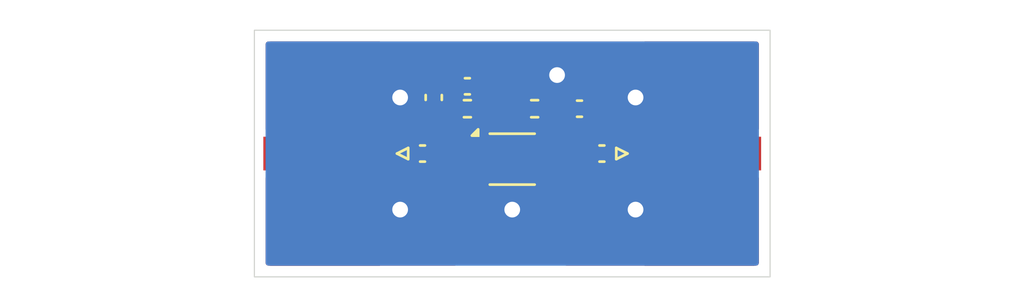
<source format=kicad_pcb>
(kicad_pcb (version 20240108) (generator "pcbnew") (generator_version "8.0")
  (layers (0 "F.Cu" signal) (31 "B.Cu" signal) (34 "B.Paste" user) (35 "F.Paste" user) (36 "B.SilkS" user "B.Silkscreen") (37 "F.SilkS" user "F.Silkscreen") (38 "B.Mask" user) (39 "F.Mask" user) (44 "Edge.Cuts" user))
  (net 0 "")
  (net 1 "GND")
  (net 2 "+3V3")
  (net 3 "Net-(U1-Vcc)")
  (net 4 "Net-(C3-Pad1)")
  (net 5 "/RF_IN'")
  (net 6 "/RF_IN")
  (net 7 "/RF_OUT'")
  (net 8 "/RF_OUT")
  (footprint "Package_DFN_QFN:DFN-8-1EP_2x2mm_P0.5mm_EP0.9x1.5mm" (layer "F.Cu") (at 106.5 33.75)
    (property "Reference" "U1" (hide yes))
    (property "Value" "BLB01")
    (fp_line (start -1 -1.135) (end 1 -1.135) (stroke (width 0.12)) (layer "F.SilkS"))
    (fp_line (start -1 1.135) (end 1 1.135) (stroke (width 0.12)) (layer "F.SilkS"))
    (fp_poly (pts (xy -1.52 -1.05) (xy -1.8 -1.05) (xy -1.52 -1.33) (xy -1.52 -1.05)) (stroke (width 0.12)) (fill solid) (layer "F.SilkS"))
    (pad "1" smd roundrect (at -1 -0.75) (size 0.7 0.25) (layers "F.Cu" "F.Paste" "F.Mask") (net 3 "Net-(U1-Vcc)"))
    (pad "2" smd roundrect (at -1 -0.25) (size 0.7 0.25) (layers "F.Cu" "F.Paste" "F.Mask") (net 5 "/RF_IN'"))
    (pad "3" smd roundrect (at -1 0.25) (size 0.7 0.25) (layers "F.Cu" "F.Paste" "F.Mask"))
    (pad "4" smd roundrect (at -1 0.75) (size 0.7 0.25) (layers "F.Cu" "F.Paste" "F.Mask"))
    (pad "5" smd roundrect (at 1 0.75) (size 0.7 0.25) (layers "F.Cu" "F.Paste" "F.Mask"))
    (pad "6" smd roundrect (at 1 0.25) (size 0.7 0.25) (layers "F.Cu" "F.Paste" "F.Mask"))
    (pad "7" smd roundrect (at 1 -0.25) (size 0.7 0.25) (layers "F.Cu" "F.Paste" "F.Mask") (net 7 "/RF_OUT'"))
    (pad "8" smd roundrect (at 1 -0.75) (size 0.7 0.25) (layers "F.Cu" "F.Paste" "F.Mask"))
    (pad "9" smd rect (at 0 0) (size 0.9 1.5) (property pad_prop_heatsink) (layers "F.Cu" "F.Mask") (net 1 "GND"))
  )
  (footprint "Capacitor_SMD:C_0402_1005Metric" (layer "F.Cu") (at 102.5 33.5)
    (property "Reference" "C4" (hide yes))
    (property "Value" "100pF")
    (fp_line (start -0.107836 -0.36) (end 0.107836 -0.36) (stroke (width 0.12)) (layer "F.SilkS"))
    (fp_line (start -0.107836 0.36) (end 0.107836 0.36) (stroke (width 0.12)) (layer "F.SilkS"))
    (pad "1" smd roundrect (at -0.48 0) (size 0.56 0.62) (layers "F.Cu" "F.Paste" "F.Mask") (net 6 "/RF_IN"))
    (pad "2" smd roundrect (at 0.48 0) (size 0.56 0.62) (layers "F.Cu" "F.Paste" "F.Mask") (net 5 "/RF_IN'"))
  )
  (footprint "Capacitor_SMD:C_0402_1005Metric" (layer "F.Cu") (at 104.5 30.5 180)
    (property "Reference" "C1" (hide yes))
    (property "Value" "0.1uF")
    (fp_line (start -0.107836 0.36) (end 0.107836 0.36) (stroke (width 0.12)) (layer "F.SilkS"))
    (fp_line (start -0.107836 -0.36) (end 0.107836 -0.36) (stroke (width 0.12)) (layer "F.SilkS"))
    (pad "1" smd roundrect (at -0.48 0 180) (size 0.56 0.62) (layers "F.Cu" "F.Paste" "F.Mask") (net 2 "+3V3"))
    (pad "2" smd roundrect (at 0.48 0 180) (size 0.56 0.62) (layers "F.Cu" "F.Paste" "F.Mask") (net 1 "GND"))
  )
  (footprint "Capacitor_SMD:C_0402_1005Metric" (layer "F.Cu") (at 110.5 33.5)
    (property "Reference" "C5" (hide yes))
    (property "Value" "12pF")
    (fp_line (start -0.107836 -0.36) (end 0.107836 -0.36) (stroke (width 0.12)) (layer "F.SilkS"))
    (fp_line (start -0.107836 0.36) (end 0.107836 0.36) (stroke (width 0.12)) (layer "F.SilkS"))
    (pad "1" smd roundrect (at -0.48 0) (size 0.56 0.62) (layers "F.Cu" "F.Paste" "F.Mask") (net 7 "/RF_OUT'"))
    (pad "2" smd roundrect (at 0.48 0) (size 0.56 0.62) (layers "F.Cu" "F.Paste" "F.Mask") (net 8 "/RF_OUT"))
  )
  (footprint "Capacitor_SMD:C_0402_1005Metric" (layer "F.Cu") (at 103 31 -90)
    (property "Reference" "C2" (hide yes))
    (property "Value" "12pF")
    (fp_line (start -0.107836 0.36) (end 0.107836 0.36) (stroke (width 0.12)) (layer "F.SilkS"))
    (fp_line (start -0.107836 -0.36) (end 0.107836 -0.36) (stroke (width 0.12)) (layer "F.SilkS"))
    (pad "1" smd roundrect (at -0.48 0 270) (size 0.56 0.62) (layers "F.Cu" "F.Paste" "F.Mask") (net 1 "GND"))
    (pad "2" smd roundrect (at 0.48 0 270) (size 0.56 0.62) (layers "F.Cu" "F.Paste" "F.Mask") (net 3 "Net-(U1-Vcc)"))
  )
  (footprint "Custom_Connector_Coaxial:SMA_Amphenol_132289_EdgeMount" (layer "F.Cu") (at 98.15 33.5 180)
    (property "Reference" "J1" (hide yes))
    (property "Value" "SMA Female Edge Mount")
    (fp_line (start -3.21 0) (end -3.71 -0.25) (stroke (width 0.12)) (layer "F.SilkS"))
    (fp_line (start -3.71 0.25) (end -3.21 0) (stroke (width 0.12)) (layer "F.SilkS"))
    (fp_line (start -3.71 -0.25) (end -3.71 0.25) (stroke (width 0.12)) (layer "F.SilkS"))
    (pad "1" smd rect (at 0.15 0 270) (size 1.5 5.2) (layers "F.Cu" "F.Paste" "F.Mask") (net 6 "/RF_IN") (clearance 0.23))
    (pad "2" smd rect (at 0 -4.25 270) (size 1.5 4.9) (layers "F.Cu" "F.Paste" "F.Mask") (net 1 "GND"))
    (pad "2" smd rect (at 0 -4.25 270) (size 1.5 4.9) (layers "B.Cu" "B.Paste" "B.Mask") (net 1 "GND"))
    (pad "2" smd rect (at 0 4.25 270) (size 1.5 4.9) (layers "F.Cu" "F.Paste" "F.Mask") (net 1 "GND"))
    (pad "2" smd rect (at 0 4.25 270) (size 1.5 4.9) (layers "B.Cu" "B.Paste" "B.Mask") (net 1 "GND"))
  )
  (footprint "Resistor_SMD:R_0402_1005Metric" (layer "F.Cu") (at 104.5 31.5 180)
    (property "Reference" "R1" (hide yes))
    (property "Value" "6.8k")
    (fp_line (start -0.153641 0.38) (end 0.153641 0.38) (stroke (width 0.12)) (layer "F.SilkS"))
    (fp_line (start -0.153641 -0.38) (end 0.153641 -0.38) (stroke (width 0.12)) (layer "F.SilkS"))
    (pad "1" smd roundrect (at -0.509999 0 180) (size 0.54 0.64) (layers "F.Cu" "F.Paste" "F.Mask") (net 2 "+3V3"))
    (pad "2" smd roundrect (at 0.509999 0 180) (size 0.54 0.64) (layers "F.Cu" "F.Paste" "F.Mask") (net 3 "Net-(U1-Vcc)"))
  )
  (footprint "Resistor_SMD:R_0402_1005Metric" (layer "F.Cu") (at 107.5 31.5)
    (property "Reference" "R2" (hide yes))
    (property "Value" "0R")
    (fp_line (start -0.153641 -0.38) (end 0.153641 -0.38) (stroke (width 0.12)) (layer "F.SilkS"))
    (fp_line (start -0.153641 0.38) (end 0.153641 0.38) (stroke (width 0.12)) (layer "F.SilkS"))
    (pad "1" smd roundrect (at -0.51 0) (size 0.54 0.64) (layers "F.Cu" "F.Paste" "F.Mask") (net 2 "+3V3"))
    (pad "2" smd roundrect (at 0.51 0) (size 0.54 0.64) (layers "F.Cu" "F.Paste" "F.Mask") (net 4 "Net-(C3-Pad1)"))
  )
  (footprint "Inductor_SMD:L_0402_1005Metric" (layer "F.Cu") (at 104 33 -90)
    (property "Reference" "L1" (hide yes))
    (property "Value" "27nH RF")
    (pad "1" smd roundrect (at -0.485 0 270) (size 0.59 0.64) (layers "F.Cu" "F.Paste" "F.Mask") (net 3 "Net-(U1-Vcc)"))
    (pad "2" smd roundrect (at 0.485 0 270) (size 0.59 0.64) (layers "F.Cu" "F.Paste" "F.Mask") (net 5 "/RF_IN'"))
  )
  (footprint "Inductor_SMD:L_0402_1005Metric" (layer "F.Cu") (at 109 33 -90)
    (property "Reference" "L2" (hide yes))
    (property "Value" "82nH RF")
    (pad "1" smd roundrect (at -0.485 0 270) (size 0.59 0.64) (layers "F.Cu" "F.Paste" "F.Mask") (net 4 "Net-(C3-Pad1)"))
    (pad "2" smd roundrect (at 0.485 0 270) (size 0.59 0.64) (layers "F.Cu" "F.Paste" "F.Mask") (net 7 "/RF_OUT'"))
  )
  (footprint "Custom_Connector_Coaxial:SMA_Amphenol_132289_EdgeMount" (layer "F.Cu") (at 114.85 33.5)
    (property "Reference" "J2" (hide yes))
    (property "Value" "SMA Female Edge Mount")
    (fp_line (start -3.71 -0.25) (end -3.71 0.25) (stroke (width 0.12)) (layer "F.SilkS"))
    (fp_line (start -3.71 0.25) (end -3.21 0) (stroke (width 0.12)) (layer "F.SilkS"))
    (fp_line (start -3.21 0) (end -3.71 -0.25) (stroke (width 0.12)) (layer "F.SilkS"))
    (pad "1" smd rect (at 0.15 0 90) (size 1.5 5.2) (layers "F.Cu" "F.Paste" "F.Mask") (net 8 "/RF_OUT") (clearance 0.23))
    (pad "2" smd rect (at 0 -4.25 90) (size 1.5 4.9) (layers "F.Cu" "F.Paste" "F.Mask") (net 1 "GND"))
    (pad "2" smd rect (at 0 -4.25 90) (size 1.5 4.9) (layers "B.Cu" "B.Paste" "B.Mask") (net 1 "GND"))
    (pad "2" smd rect (at 0 4.25 90) (size 1.5 4.9) (layers "F.Cu" "F.Paste" "F.Mask") (net 1 "GND"))
    (pad "2" smd rect (at 0 4.25 90) (size 1.5 4.9) (layers "B.Cu" "B.Paste" "B.Mask") (net 1 "GND"))
  )
  (footprint "Capacitor_SMD:C_0402_1005Metric" (layer "F.Cu") (at 109.5 31.5)
    (property "Reference" "C3" (hide yes))
    (property "Value" "100pF")
    (fp_line (start -0.107836 -0.36) (end 0.107836 -0.36) (stroke (width 0.12)) (layer "F.SilkS"))
    (fp_line (start -0.107836 0.36) (end 0.107836 0.36) (stroke (width 0.12)) (layer "F.SilkS"))
    (pad "1" smd roundrect (at -0.48 0) (size 0.56 0.62) (layers "F.Cu" "F.Paste" "F.Mask") (net 4 "Net-(C3-Pad1)"))
    (pad "2" smd roundrect (at 0.48 0) (size 0.56 0.62) (layers "F.Cu" "F.Paste" "F.Mask") (net 1 "GND"))
  )
  (gr_rect (start 95 28) (end 118 39) (stroke (width 0.05)) (fill none) (layer "Edge.Cuts"))
  (gr_text "REV A\n" (at 104 38.5 0) (layer "F.Cu") (effects (font (size 1 1) (thickness 0.25) (bold yes)) (justify left bottom)))
  (via (at 101.5 36) (size 1.2) (drill 0.7) (layers "F.Cu" "B.Cu") (net 1))
  (via (at 108.5 30) (size 1.2) (drill 0.7) (layers "F.Cu" "B.Cu") (net 1))
  (via (at 112 36) (size 1.2) (drill 0.7) (layers "F.Cu" "B.Cu") (net 1))
  (via (at 101.5 31) (size 1.2) (drill 0.7) (layers "F.Cu" "B.Cu") (net 1))
  (via (at 106.5 36) (size 1.2) (drill 0.7) (layers "F.Cu" "B.Cu") (net 1))
  (via (at 112 31) (size 1.2) (drill 0.7) (layers "F.Cu" "B.Cu") (net 1))
  (segment (start 105.183883 33) (end 104.698883 32.515) (width 0.25) (layer "F.Cu") (net 3))
  (segment (start 104 31.509999) (end 103.990001 31.5) (width 0.6) (layer "F.Cu") (net 3))
  (segment (start 103.990001 31.5) (end 102.98 31.5) (width 0.6) (layer "F.Cu") (net 3))
  (segment (start 104.698883 32.515) (end 104 32.515) (width 0.25) (layer "F.Cu") (net 3))
  (segment (start 104 32.515) (end 104 31.509999) (width 0.6) (layer "F.Cu") (net 3))
  (segment (start 105.5 33) (end 105.183883 33) (width 0.25) (layer "F.Cu") (net 3))
  (segment (start 109.02 31.5) (end 108.01 31.5) (width 0.6) (layer "F.Cu") (net 4))
  (segment (start 109 32.515) (end 109 31.52) (width 0.6) (layer "F.Cu") (net 4))
  (segment (start 109 31.52) (end 109.02 31.5) (width 0.6) (layer "F.Cu") (net 4))
  (segment (start 103.985 33.5) (end 104 33.485) (width 0.6) (layer "F.Cu") (net 5))
  (segment (start 102.98 33.5) (end 103.985 33.5) (width 0.6) (layer "F.Cu") (net 5))
  (segment (start 104.785 33.485) (end 104 33.485) (width 0.6) (layer "F.Cu") (net 5))
  (segment (start 105.5 33.5) (end 104.8 33.5) (width 0.25) (layer "F.Cu") (net 5))
  (segment (start 98 33.5) (end 101.6 33.5) (width 1.4) (layer "F.Cu") (net 6))
  (segment (start 108.985 33.5) (end 109 33.485) (width 0.6) (layer "F.Cu") (net 7))
  (segment (start 109 33.485) (end 110.005 33.485) (width 0.6) (layer "F.Cu") (net 7))
  (segment (start 108.3 33.5) (end 108.985 33.5) (width 0.6) (layer "F.Cu") (net 7))
  (segment (start 107.5 33.5) (end 108.3 33.5) (width 0.25) (layer "F.Cu") (net 7))
  (segment (start 110.005 33.485) (end 110.02 33.5) (width 0.6) (layer "F.Cu") (net 7))
  (segment (start 115 33.5) (end 111.4 33.5) (width 1.4) (layer "F.Cu") (net 8))
  (zone (net 2) (net_name "+3V3") (layer "F.Cu") (priority 1) (connect_pads yes (clearance 0.2)) (min_thickness 0.25) (fill yes (thermal_gap 0.5) (thermal_bridge_width 0.5))
    (polygon (pts (xy 105 29.5) (xy 105 32) (xy 107 32) (xy 107 29.5)))
  )
  (zone (net 1) (net_name "GND") (layers "F&B.Cu") (connect_pads yes (clearance 0.2)) (min_thickness 0.25) (fill yes (thermal_gap 0.5) (thermal_bridge_width 0.5))
    (polygon (pts (xy 95.5 28) (xy 117.5 28) (xy 117.5 39) (xy 95.5 39)))
  )
)
</source>
